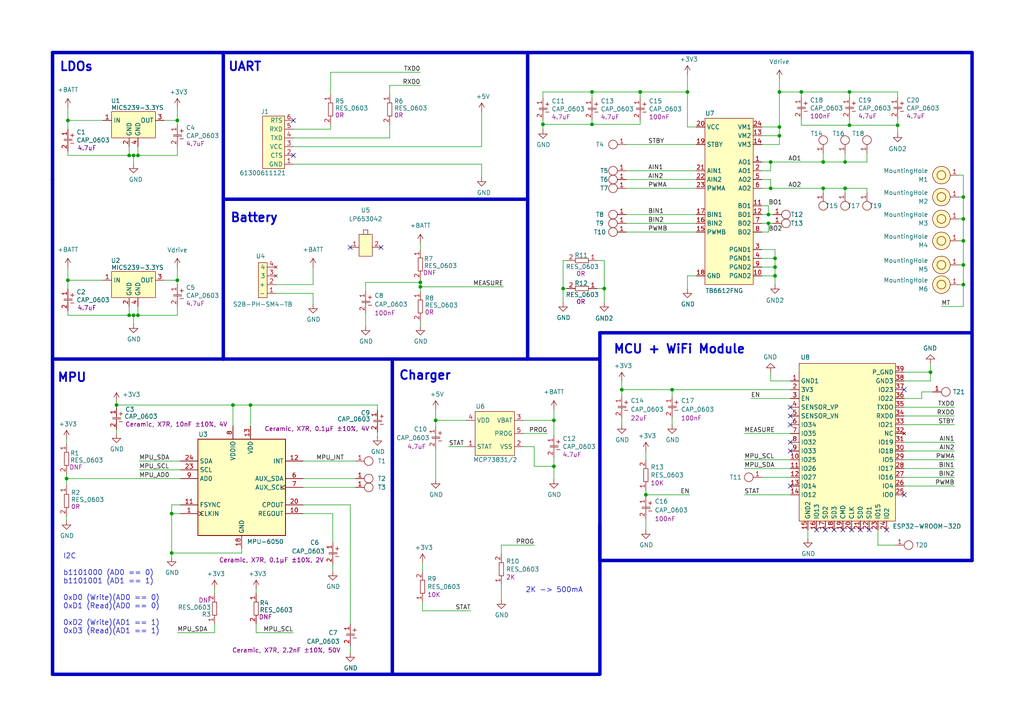
<source format=kicad_sch>
(kicad_sch (version 20211123) (generator eeschema)
  (paper "A4")
  (junction (at 72.644 117.475))
  (junction (at 185.674 26.67))
  (junction (at 238.76 54.61))
  (junction (at 19.685 34.925))
  (junction (at 171.704 26.67))
  (junction (at 232.41 26.67))
  (junction (at 222.885 64.77))
  (junction (at 194.945 113.03))
  (junction (at 163.322 83.693))
  (junction (at 246.38 36.322))
  (junction (at 279.4 82.55))
  (junction (at 19.304 138.811))
  (junction (at 246.38 26.67))
  (junction (at 224.79 74.93))
  (junction (at 126.365 121.92))
  (junction (at 226.06 26.67))
  (junction (at 40.005 91.44))
  (junction (at 51.435 34.925))
  (junction (at 40.005 45.085))
  (junction (at 245.11 46.99))
  (junction (at 224.79 80.01))
  (junction (at 67.564 117.475))
  (junction (at 19.685 81.28))
  (junction (at 245.11 54.61))
  (junction (at 226.06 36.83))
  (junction (at 269.875 107.95))
  (junction (at 279.4 57.15))
  (junction (at 187.325 143.51))
  (junction (at 37.465 91.44))
  (junction (at 226.06 39.37))
  (junction (at 238.76 46.99))
  (junction (at 222.885 62.23))
  (junction (at 180.34 113.03))
  (junction (at 224.79 77.47))
  (junction (at 260.35 36.322))
  (junction (at 279.4 69.85))
  (junction (at 49.784 160.401))
  (junction (at 171.704 36.068))
  (junction (at 223.52 46.99))
  (junction (at 121.92 81.915))
  (junction (at 279.4 63.5))
  (junction (at 279.4 76.835))
  (junction (at 49.784 148.971))
  (junction (at 160.655 121.92))
  (junction (at 33.782 117.475))
  (junction (at 38.735 45.085))
  (junction (at 175.26 83.693))
  (junction (at 37.465 45.085))
  (junction (at 157.48 36.068))
  (junction (at 199.39 26.67))
  (junction (at 160.655 135.255))
  (junction (at 51.435 81.28))
  (junction (at 121.92 83.185))
  (junction (at 38.735 91.44))
  (junction (at 223.52 54.61))
  (no_connect (at 239.395 153.67))
  (no_connect (at 247.015 153.67))
  (no_connect (at 85.09 34.925))
  (no_connect (at 262.255 113.03))
  (no_connect (at 85.09 45.085))
  (no_connect (at 262.255 143.51))
  (no_connect (at 229.235 140.97))
  (no_connect (at 236.855 153.67))
  (no_connect (at 252.095 153.67))
  (no_connect (at 229.235 123.19))
  (no_connect (at 229.235 128.27))
  (no_connect (at 229.235 118.11))
  (no_connect (at 249.555 153.67))
  (no_connect (at 241.935 153.67))
  (no_connect (at 101.6 71.755))
  (no_connect (at 229.235 130.81))
  (no_connect (at 257.175 153.67))
  (no_connect (at 244.475 153.67))
  (no_connect (at 229.235 120.65))
  (no_connect (at 110.49 71.755))
  (wire (pts (xy 199.39 36.83) (xy 199.39 26.67)))
  (wire (pts (xy 96.52 163.703) (xy 96.52 165.735)))
  (wire (pts (xy 51.435 34.925) (xy 51.435 36.195)))
  (wire (pts (xy 262.255 110.49) (xy 269.875 110.49)))
  (wire (pts (xy 160.655 121.92) (xy 160.655 126.365)))
  (wire (pts (xy 222.885 62.23) (xy 224.155 62.23)))
  (wire (pts (xy 232.41 26.67) (xy 246.38 26.67)))
  (wire (pts (xy 139.7 42.545) (xy 139.7 32.385)))
  (wire (pts (xy 278.13 63.5) (xy 279.4 63.5)))
  (polyline (pts (xy 15.24 15.24) (xy 281.94 15.24)) (stroke (width 1) (type solid)))
  (wire (pts (xy 87.884 141.351) (xy 103.124 141.351)))
  (wire (pts (xy 279.4 50.8) (xy 279.4 57.15)))
  (wire (pts (xy 19.685 31.115) (xy 19.685 34.925)))
  (wire (pts (xy 246.38 36.322) (xy 246.38 34.544)))
  (wire (pts (xy 181.61 67.31) (xy 201.93 67.31)))
  (wire (pts (xy 19.685 81.28) (xy 29.845 81.28)))
  (wire (pts (xy 67.564 117.475) (xy 67.564 123.571)))
  (wire (pts (xy 223.52 52.07) (xy 223.52 54.61)))
  (wire (pts (xy 19.685 43.815) (xy 19.685 45.085)))
  (wire (pts (xy 260.35 36.322) (xy 260.35 38.608)))
  (wire (pts (xy 19.685 77.47) (xy 19.685 81.28)))
  (wire (pts (xy 220.98 72.39) (xy 224.79 72.39)))
  (wire (pts (xy 273.05 88.9) (xy 279.4 88.9)))
  (wire (pts (xy 262.255 140.97) (xy 276.86 140.97)))
  (wire (pts (xy 51.435 42.545) (xy 51.435 45.085)))
  (wire (pts (xy 33.782 117.475) (xy 67.564 117.475)))
  (wire (pts (xy 85.09 183.515) (xy 74.295 183.515)))
  (wire (pts (xy 181.61 64.77) (xy 201.93 64.77)))
  (wire (pts (xy 262.255 123.19) (xy 276.86 123.19)))
  (wire (pts (xy 19.685 34.925) (xy 29.845 34.925)))
  (polyline (pts (xy 64.77 15.24) (xy 64.77 104.14)) (stroke (width 1) (type solid)))
  (wire (pts (xy 220.98 39.37) (xy 226.06 39.37)))
  (polyline (pts (xy 153.035 15.24) (xy 153.035 104.14)) (stroke (width 1) (type solid)))
  (wire (pts (xy 19.304 138.811) (xy 52.324 138.811)))
  (polyline (pts (xy 15.24 104.14) (xy 64.77 104.14)) (stroke (width 1) (type solid)))
  (wire (pts (xy 121.92 81.915) (xy 106.045 81.915)))
  (wire (pts (xy 121.92 83.185) (xy 146.05 83.185)))
  (wire (pts (xy 223.52 46.99) (xy 238.76 46.99)))
  (wire (pts (xy 181.61 52.07) (xy 201.93 52.07)))
  (wire (pts (xy 278.13 69.85) (xy 279.4 69.85)))
  (wire (pts (xy 232.41 36.322) (xy 246.38 36.322)))
  (wire (pts (xy 74.295 183.515) (xy 74.295 180.975)))
  (wire (pts (xy 157.48 26.67) (xy 171.704 26.67)))
  (wire (pts (xy 171.704 26.67) (xy 171.704 28.448)))
  (wire (pts (xy 109.474 125.349) (xy 109.474 126.619)))
  (wire (pts (xy 220.98 52.07) (xy 223.52 52.07)))
  (wire (pts (xy 47.625 34.925) (xy 51.435 34.925)))
  (wire (pts (xy 139.7 47.625) (xy 139.7 51.435)))
  (wire (pts (xy 130.175 129.54) (xy 135.255 129.54)))
  (wire (pts (xy 49.784 160.401) (xy 49.784 161.671)))
  (wire (pts (xy 173.228 83.693) (xy 175.26 83.693)))
  (wire (pts (xy 37.465 45.085) (xy 37.465 42.545)))
  (wire (pts (xy 126.365 121.92) (xy 126.365 123.825)))
  (wire (pts (xy 245.11 54.61) (xy 251.46 54.61)))
  (wire (pts (xy 80.01 85.09) (xy 90.805 85.09)))
  (wire (pts (xy 262.255 138.43) (xy 276.86 138.43)))
  (wire (pts (xy 51.435 88.9) (xy 51.435 91.44)))
  (wire (pts (xy 262.255 133.35) (xy 276.86 133.35)))
  (wire (pts (xy 157.48 26.67) (xy 157.48 28.448)))
  (wire (pts (xy 33.782 117.475) (xy 33.782 118.237)))
  (wire (pts (xy 145.415 169.545) (xy 145.415 173.99)))
  (wire (pts (xy 181.61 49.53) (xy 201.93 49.53)))
  (wire (pts (xy 49.784 160.401) (xy 49.784 148.971)))
  (wire (pts (xy 215.9 143.51) (xy 229.235 143.51)))
  (wire (pts (xy 122.555 163.195) (xy 122.555 165.735)))
  (wire (pts (xy 40.005 88.9) (xy 40.005 91.44)))
  (wire (pts (xy 163.322 75.565) (xy 163.322 83.693)))
  (polyline (pts (xy 64.77 104.14) (xy 173.863 104.14)) (stroke (width 1) (type solid)))
  (wire (pts (xy 185.674 26.67) (xy 185.674 28.448)))
  (wire (pts (xy 223.52 110.49) (xy 229.235 110.49)))
  (wire (pts (xy 145.415 158.115) (xy 154.94 158.115)))
  (wire (pts (xy 80.01 82.55) (xy 90.805 82.55)))
  (wire (pts (xy 38.735 91.44) (xy 38.735 93.98)))
  (wire (pts (xy 199.39 26.67) (xy 199.39 21.59)))
  (wire (pts (xy 246.38 26.67) (xy 260.35 26.67)))
  (wire (pts (xy 135.255 121.92) (xy 126.365 121.92)))
  (wire (pts (xy 278.13 57.15) (xy 279.4 57.15)))
  (wire (pts (xy 220.98 138.43) (xy 229.235 138.43)))
  (wire (pts (xy 87.884 138.811) (xy 103.124 138.811)))
  (wire (pts (xy 126.365 130.175) (xy 126.365 139.065)))
  (wire (pts (xy 238.76 44.45) (xy 238.76 46.99)))
  (wire (pts (xy 245.11 44.45) (xy 245.11 46.99)))
  (wire (pts (xy 96.52 148.971) (xy 87.884 148.971)))
  (wire (pts (xy 173.228 75.565) (xy 175.26 75.565)))
  (wire (pts (xy 157.48 34.798) (xy 157.48 36.068)))
  (wire (pts (xy 194.945 113.03) (xy 194.945 114.935)))
  (wire (pts (xy 33.782 124.587) (xy 33.782 125.857)))
  (wire (pts (xy 215.9 125.73) (xy 229.235 125.73)))
  (wire (pts (xy 95.885 20.955) (xy 121.92 20.955)))
  (wire (pts (xy 122.555 177.165) (xy 136.525 177.165)))
  (wire (pts (xy 106.045 81.915) (xy 106.045 84.455)))
  (wire (pts (xy 194.945 121.285) (xy 194.945 123.19)))
  (polyline (pts (xy 15.24 15.24) (xy 15.24 52.07)) (stroke (width 1) (type solid)))
  (wire (pts (xy 101.6 187.325) (xy 101.6 189.357)))
  (wire (pts (xy 62.23 183.515) (xy 62.23 180.975)))
  (wire (pts (xy 19.304 149.733) (xy 19.304 151.003)))
  (wire (pts (xy 238.76 54.61) (xy 245.11 54.61)))
  (wire (pts (xy 267.335 113.665) (xy 267.335 115.57)))
  (wire (pts (xy 38.735 45.085) (xy 38.735 47.625)))
  (wire (pts (xy 269.875 110.49) (xy 269.875 107.95)))
  (wire (pts (xy 49.784 148.971) (xy 52.324 148.971)))
  (wire (pts (xy 171.704 26.67) (xy 185.674 26.67)))
  (wire (pts (xy 220.98 59.69) (xy 222.885 59.69)))
  (wire (pts (xy 226.06 41.91) (xy 226.06 39.37)))
  (wire (pts (xy 226.06 22.86) (xy 226.06 26.67)))
  (wire (pts (xy 106.045 90.805) (xy 106.045 94.615)))
  (wire (pts (xy 72.644 117.475) (xy 109.474 117.475)))
  (wire (pts (xy 262.255 135.89) (xy 276.86 135.89)))
  (polyline (pts (xy 173.99 152.273) (xy 173.99 195.453)) (stroke (width 1) (type solid)))
  (wire (pts (xy 187.325 143.51) (xy 200.025 143.51)))
  (polyline (pts (xy 15.24 195.58) (xy 173.99 195.58)) (stroke (width 1) (type solid)))
  (polyline (pts (xy 15.24 52.07) (xy 15.24 195.58)) (stroke (width 1) (type solid)))
  (wire (pts (xy 87.884 133.731) (xy 103.124 133.731)))
  (wire (pts (xy 232.41 34.544) (xy 232.41 36.322)))
  (wire (pts (xy 109.474 117.475) (xy 109.474 118.999)))
  (wire (pts (xy 40.005 91.44) (xy 38.735 91.44)))
  (wire (pts (xy 279.4 76.835) (xy 279.4 82.55)))
  (wire (pts (xy 180.34 113.03) (xy 180.34 114.935)))
  (wire (pts (xy 279.4 63.5) (xy 279.4 69.85)))
  (wire (pts (xy 224.79 80.01) (xy 224.79 82.55)))
  (wire (pts (xy 260.35 26.67) (xy 260.35 28.194)))
  (wire (pts (xy 223.52 107.95) (xy 223.52 110.49)))
  (wire (pts (xy 101.6 146.431) (xy 101.6 180.975)))
  (wire (pts (xy 33.782 116.459) (xy 33.782 117.475)))
  (wire (pts (xy 222.885 64.77) (xy 224.155 64.77)))
  (wire (pts (xy 175.26 75.565) (xy 175.26 83.693)))
  (wire (pts (xy 175.26 83.693) (xy 175.26 87.757)))
  (wire (pts (xy 232.41 26.67) (xy 232.41 28.194)))
  (wire (pts (xy 40.386 133.731) (xy 52.324 133.731)))
  (wire (pts (xy 224.79 74.93) (xy 224.79 77.47)))
  (wire (pts (xy 62.23 170.815) (xy 62.23 172.085)))
  (wire (pts (xy 181.61 54.61) (xy 201.93 54.61)))
  (wire (pts (xy 121.92 83.185) (xy 121.92 84.455)))
  (wire (pts (xy 51.435 183.515) (xy 62.23 183.515)))
  (wire (pts (xy 85.09 40.005) (xy 113.03 40.005)))
  (wire (pts (xy 67.564 117.475) (xy 72.644 117.475)))
  (wire (pts (xy 220.98 62.23) (xy 222.885 62.23)))
  (wire (pts (xy 185.674 34.798) (xy 185.674 36.068)))
  (wire (pts (xy 262.255 120.65) (xy 276.86 120.65)))
  (wire (pts (xy 217.805 115.57) (xy 229.235 115.57)))
  (wire (pts (xy 90.805 77.47) (xy 90.805 82.55)))
  (wire (pts (xy 199.39 80.01) (xy 199.39 83.82)))
  (wire (pts (xy 87.884 146.431) (xy 101.6 146.431)))
  (wire (pts (xy 122.555 174.625) (xy 122.555 177.165)))
  (wire (pts (xy 160.655 135.255) (xy 160.655 139.065)))
  (wire (pts (xy 222.885 67.31) (xy 222.885 64.77)))
  (wire (pts (xy 113.03 40.005) (xy 113.03 36.195)))
  (wire (pts (xy 51.435 45.085) (xy 40.005 45.085)))
  (polyline (pts (xy 173.99 162.56) (xy 281.94 162.56)) (stroke (width 1) (type solid)))
  (wire (pts (xy 267.335 115.57) (xy 262.255 115.57)))
  (wire (pts (xy 85.09 37.465) (xy 95.885 37.465)))
  (wire (pts (xy 163.322 87.757) (xy 163.322 83.693)))
  (wire (pts (xy 121.92 81.915) (xy 121.92 83.185)))
  (wire (pts (xy 226.06 39.37) (xy 226.06 36.83)))
  (wire (pts (xy 222.885 59.69) (xy 222.885 62.23)))
  (wire (pts (xy 220.98 74.93) (xy 224.79 74.93)))
  (wire (pts (xy 160.655 135.255) (xy 160.655 132.715)))
  (wire (pts (xy 254.635 158.115) (xy 259.715 158.115)))
  (wire (pts (xy 180.34 110.49) (xy 180.34 113.03)))
  (wire (pts (xy 279.4 57.15) (xy 279.4 63.5)))
  (wire (pts (xy 163.322 83.693) (xy 164.338 83.693)))
  (wire (pts (xy 151.765 121.92) (xy 160.655 121.92)))
  (wire (pts (xy 52.324 146.431) (xy 49.784 146.431)))
  (wire (pts (xy 224.79 77.47) (xy 224.79 80.01)))
  (wire (pts (xy 262.255 128.27) (xy 276.86 128.27)))
  (wire (pts (xy 72.644 117.475) (xy 72.644 123.571)))
  (wire (pts (xy 278.13 76.835) (xy 279.4 76.835)))
  (wire (pts (xy 220.98 80.01) (xy 224.79 80.01)))
  (wire (pts (xy 157.48 36.068) (xy 157.48 37.592)))
  (wire (pts (xy 151.765 125.73) (xy 158.75 125.73)))
  (wire (pts (xy 40.005 42.545) (xy 40.005 45.085)))
  (wire (pts (xy 220.98 67.31) (xy 222.885 67.31)))
  (wire (pts (xy 19.685 90.17) (xy 19.685 91.44)))
  (wire (pts (xy 220.98 36.83) (xy 226.06 36.83)))
  (wire (pts (xy 270.51 113.665) (xy 267.335 113.665)))
  (wire (pts (xy 238.76 46.99) (xy 245.11 46.99)))
  (wire (pts (xy 154.94 135.255) (xy 160.655 135.255)))
  (wire (pts (xy 19.304 138.811) (xy 19.304 137.541)))
  (wire (pts (xy 70.104 160.401) (xy 49.784 160.401)))
  (wire (pts (xy 181.61 62.23) (xy 201.93 62.23)))
  (wire (pts (xy 220.98 41.91) (xy 226.06 41.91)))
  (wire (pts (xy 38.735 45.085) (xy 37.465 45.085)))
  (wire (pts (xy 269.875 105.41) (xy 269.875 107.95)))
  (wire (pts (xy 254.635 153.67) (xy 254.635 158.115)))
  (wire (pts (xy 126.365 118.745) (xy 126.365 121.92)))
  (wire (pts (xy 19.685 45.085) (xy 37.465 45.085)))
  (wire (pts (xy 251.46 54.61) (xy 251.46 55.88)))
  (wire (pts (xy 278.13 82.55) (xy 279.4 82.55)))
  (wire (pts (xy 113.03 27.305) (xy 113.03 24.765)))
  (wire (pts (xy 220.98 49.53) (xy 223.52 49.53)))
  (wire (pts (xy 90.805 85.09) (xy 90.805 88.265)))
  (wire (pts (xy 246.38 36.322) (xy 260.35 36.322)))
  (wire (pts (xy 19.685 81.28) (xy 19.685 83.82)))
  (wire (pts (xy 19.685 34.925) (xy 19.685 37.465)))
  (wire (pts (xy 121.92 93.345) (xy 121.92 94.615)))
  (wire (pts (xy 51.435 81.28) (xy 51.435 77.47)))
  (wire (pts (xy 70.104 159.131) (xy 70.104 160.401)))
  (polyline (pts (xy 64.77 57.785) (xy 153.035 57.785)) (stroke (width 1) (type solid)))
  (wire (pts (xy 181.61 41.91) (xy 201.93 41.91)))
  (wire (pts (xy 220.98 64.77) (xy 222.885 64.77)))
  (wire (pts (xy 185.674 26.67) (xy 199.39 26.67)))
  (wire (pts (xy 262.255 118.11) (xy 276.86 118.11)))
  (wire (pts (xy 95.885 27.305) (xy 95.885 20.955)))
  (wire (pts (xy 245.11 54.61) (xy 245.11 55.88)))
  (wire (pts (xy 85.09 47.625) (xy 139.7 47.625)))
  (wire (pts (xy 180.34 121.285) (xy 180.34 123.19)))
  (wire (pts (xy 95.885 36.195) (xy 95.885 37.465)))
  (wire (pts (xy 49.784 146.431) (xy 49.784 148.971)))
  (wire (pts (xy 85.09 42.545) (xy 139.7 42.545)))
  (wire (pts (xy 185.674 36.068) (xy 171.704 36.068)))
  (wire (pts (xy 113.03 24.765) (xy 121.92 24.765)))
  (wire (pts (xy 19.685 91.44) (xy 37.465 91.44)))
  (wire (pts (xy 260.35 36.322) (xy 260.35 34.544)))
  (wire (pts (xy 19.304 138.811) (xy 19.304 140.843)))
  (wire (pts (xy 224.79 72.39) (xy 224.79 74.93)))
  (wire (pts (xy 51.435 34.925) (xy 51.435 31.115)))
  (wire (pts (xy 145.415 160.655) (xy 145.415 158.115)))
  (wire (pts (xy 163.322 75.565) (xy 164.338 75.565)))
  (wire (pts (xy 246.38 26.67) (xy 246.38 28.194)))
  (polyline (pts (xy 113.792 104.14) (xy 113.792 195.58)) (stroke (width 1) (type solid)))
  (wire (pts (xy 223.52 54.61) (xy 238.76 54.61)))
  (wire (pts (xy 194.945 113.03) (xy 229.235 113.03)))
  (wire (pts (xy 38.735 91.44) (xy 37.465 91.44)))
  (wire (pts (xy 160.655 121.92) (xy 160.655 118.745)))
  (wire (pts (xy 74.295 170.815) (xy 74.295 172.085)))
  (wire (pts (xy 37.465 91.44) (xy 37.465 88.9)))
  (polyline (pts (xy 173.99 96.52) (xy 173.99 162.56)) (stroke (width 1) (type solid)))
  (polyline (pts (xy 281.94 162.56) (xy 281.94 15.24)) (stroke (width 1) (type solid)))
  (wire (pts (xy 47.625 81.28) (xy 51.435 81.28)))
  (wire (pts (xy 279.4 82.55) (xy 279.4 88.9)))
  (wire (pts (xy 40.386 136.271) (xy 52.324 136.271)))
  (wire (pts (xy 187.325 143.51) (xy 187.325 144.145)))
  (wire (pts (xy 187.325 130.81) (xy 187.325 133.35)))
  (wire (pts (xy 269.875 107.95) (xy 262.255 107.95)))
  (wire (pts (xy 223.52 49.53) (xy 223.52 46.99)))
  (wire (pts (xy 279.4 69.85) (xy 279.4 76.835)))
  (wire (pts (xy 238.76 54.61) (xy 238.76 55.88)))
  (wire (pts (xy 201.93 36.83) (xy 199.39 36.83)))
  (wire (pts (xy 180.34 113.03) (xy 194.945 113.03)))
  (wire (pts (xy 171.704 36.068) (xy 157.48 36.068)))
  (wire (pts (xy 262.255 130.81) (xy 276.86 130.81)))
  (wire (pts (xy 226.06 36.83) (xy 226.06 26.67)))
  (wire (pts (xy 215.9 133.35) (xy 229.235 133.35)))
  (wire (pts (xy 226.06 26.67) (xy 232.41 26.67)))
  (wire (pts (xy 201.93 80.01) (xy 199.39 80.01)))
  (wire (pts (xy 51.435 91.44) (xy 40.005 91.44)))
  (wire (pts (xy 171.704 36.068) (xy 171.704 34.798)))
  (wire (pts (xy 121.92 81.153) (xy 121.92 81.915)))
  (wire (pts (xy 96.52 157.353) (xy 96.52 148.971)))
  (wire (pts (xy 40.005 45.085) (xy 38.735 45.085)))
  (polyline (pts (xy 173.99 96.52) (xy 281.305 96.52)) (stroke (width 1) (type solid)))
  (wire (pts (xy 154.94 129.54) (xy 154.94 135.255)))
  (wire (pts (xy 234.315 153.67) (xy 234.315 156.21)))
  (wire (pts (xy 121.92 70.485) (xy 121.92 72.263)))
  (wire (pts (xy 187.325 150.495) (xy 187.325 153.67)))
  (wire (pts (xy 220.98 46.99) (xy 223.52 46.99)))
  (wire (pts (xy 187.325 142.24) (xy 187.325 143.51)))
  (wire (pts (xy 278.13 50.8) (xy 279.4 50.8)))
  (wire (pts (xy 220.98 54.61) (xy 223.52 54.61)))
  (wire (pts (xy 215.9 135.89) (xy 229.235 135.89)))
  (wire (pts (xy 245.11 46.99) (xy 251.46 46.99)))
  (wire (pts (xy 220.98 77.47) (xy 224.79 77.47)))
  (wire (pts (xy 19.304 127.381) (xy 19.304 128.651)))
  (wire (pts (xy 151.765 129.54) (xy 154.94 129.54)))
  (wire (pts (xy 251.46 46.99) (xy 251.46 44.45)))
  (wire (pts (xy 51.435 81.28) (xy 51.435 82.55)))
  (text "2K -> 500mA\n" (at 152.4 172.085 0) (effects (font (size 1.5 1.5)) (justify left bottom)))
  (text "LDOs" (at 17.145 20.955 0) (effects (font (size 2.54 2.54) (thickness 0.508) bold) (justify left bottom)))
  (text "MCU + WiFi Module" (at 177.8 102.87 0) (effects (font (size 2.54 2.54) (thickness 0.508) bold) (justify left bottom)))
  (text "Battery" (at 66.675 64.77 0) (effects (font (size 2.54 2.54) (thickness 0.508) bold) (justify left bottom)))
  (text "I2C\n\nb1101000 (AD0 == 0)\nb1101001 (AD1 == 1)\n\n0xD0 (Write)(AD0 == 0)\n0xD1 (Read)(AD0 == 0)\n\n0xD2 (Write)(AD1 == 1)\n0xD3 (Read)(AD1 == 1)\n" (at 18.288 184.023 0) (effects (font (size 1.5 1.5)) (justify left bottom)))
  (text "MPU" (at 16.51 111.125 0) (effects (font (size 2.54 2.54) (thickness 0.508) bold) (justify left bottom)))
  (text "UART" (at 66.04 20.955 0) (effects (font (size 2.54 2.54) (thickness 0.508) bold) (justify left bottom)))
  (text "Charger" (at 115.57 110.49 0) (effects (font (size 2.54 2.54) (thickness 0.508) bold) (justify left bottom)))
  (label "MEASURE" (at 146.05 83.185 180))
  (label "BIN1" (at 276.86 135.89 180))
  (label "TXD0" (at 276.86 118.11 180))
  (label "STBY" (at 276.86 123.19 180))
  (label "BO2" (at 222.885 67.31 0))
  (label "MT" (at 273.05 88.9 0))
  (label "MPU_AD0" (at 40.386 138.811 0))
  (label "AIN1" (at 187.96 49.53 0))
  (label "MPU_INT" (at 91.694 133.731 0))
  (label "AO1" (at 228.6 46.99 0))
  (label "MEASURE" (at 215.9 125.73 0))
  (label "TXD0" (at 121.92 20.955 180))
  (label "STBY" (at 187.96 41.91 0))
  (label "AIN2" (at 276.86 130.81 180))
  (label "MPU_SDA" (at 215.9 135.89 0))
  (label "PROG" (at 154.94 158.115 180))
  (label "EN" (at 200.025 143.51 180))
  (label "STAT" (at 136.525 177.165 180))
  (label "AIN1" (at 276.86 128.27 180))
  (label "MPU_SDA" (at 40.386 133.731 0))
  (label "PWMA" (at 276.86 133.35 180))
  (label "MPU_SCL" (at 85.09 183.515 180))
  (label "RXD0" (at 121.92 24.765 180))
  (label "BO1" (at 222.885 59.69 0))
  (label "BIN2" (at 276.86 138.43 180))
  (label "BIN2" (at 187.96 64.77 0))
  (label "STAT" (at 130.175 129.54 0))
  (label "EN" (at 217.805 115.57 0))
  (label "PROG" (at 158.75 125.73 180))
  (label "PWMB" (at 187.96 67.31 0))
  (label "PWMA" (at 187.96 54.61 0))
  (label "AO2" (at 228.6 54.61 0))
  (label "RXD0" (at 276.86 120.65 180))
  (label "MPU_SDA" (at 51.435 183.515 0))
  (label "PWMB" (at 276.86 140.97 180))
  (label "MPU_SCL" (at 215.9 133.35 0))
  (label "BIN1" (at 187.96 62.23 0))
  (label "STAT" (at 215.9 143.51 0))
  (label "MPU_SCL" (at 40.386 136.271 0))
  (label "AIN2" (at 187.96 52.07 0))
  (symbol (lib_id "BalanceBoard-rescue:TestPoints-receiver") (at 245.11 55.88 270) (unit 1)
    (property "Reference" "T17" (at 247.65 59.69 90))
    (property "Value" "TestPoints" (effects hide))
    (property "Footprint" "receiver:TestPoint" (effects hide))
  )
  (symbol (lib_id "power:+3.3V") (at 51.435 31.115 0) (unit 1)
    (property "Reference" "#PWR010" (effects hide))
    (property "Value" "+3.3V" (at 51.816 26.7208 0))
  )
  (symbol (lib_id "BalanceBoard-rescue:TestPoints-receiver") (at 251.46 55.88 270) (unit 1)
    (property "Reference" "T19" (at 254 59.69 90))
    (property "Value" "TestPoints" (effects hide))
    (property "Footprint" "receiver:TestPoint" (effects hide))
  )
  (symbol (lib_id "BalanceBoard-rescue:CAP_0603-receiver") (at 126.365 123.825 0) (unit 1)
    (property "Reference" "C10" (at 120.015 124.46 0) (effects (justify left)))
    (property "Value" "CAP_0603" (at 114.935 127 0) (effects (justify left)))
    (property "Footprint" "receiver:0603" (effects hide))
    (property "Capacitance" "4.7uF" (at 118.11 129.54 0) (effects (justify left)))
  )
  (symbol (lib_id "BalanceBoard-rescue:TestPoints-receiver") (at 181.61 62.23 180) (unit 1)
    (property "Reference" "T8" (at 173.99 62.23 0))
    (property "Value" "TestPoints" (effects hide))
    (property "Footprint" "receiver:TestPoint" (effects hide))
  )
  (symbol (lib_id "power:GND") (at 19.304 151.003 0) (unit 1)
    (property "Reference" "#PWR02" (effects hide))
    (property "Value" "GND" (at 19.431 155.3972 0))
  )
  (symbol (lib_id "BalanceBoard-rescue:RES_0603-receiver") (at 121.92 84.455 270) (unit 1)
    (property "Reference" "R8" (at 123.19 86.487 90) (effects (justify left)))
    (property "Value" "RES_0603" (at 123.19 88.519 90) (effects (justify left)))
    (property "Footprint" "receiver:0603" (effects hide))
    (property "Resistance" "0R" (at 123.19 90.551 90) (effects (justify left)))
  )
  (symbol (lib_id "BalanceBoard-rescue:RES_0603-receiver") (at 187.325 142.24 90) (unit 1)
    (property "Reference" "R13" (at 188.6712 135.4836 90) (effects (justify right)))
    (property "Value" "RES_0603" (at 188.6712 137.795 90) (effects (justify right)))
    (property "Footprint" "receiver:0603" (effects hide))
    (property "Resistance" "10K" (at 188.6712 140.1064 90) (effects (justify right)))
  )
  (symbol (lib_id "power:GND") (at 49.784 161.671 0) (unit 1)
    (property "Reference" "#PWR09" (effects hide))
    (property "Value" "GND" (at 49.911 166.0652 0))
  )
  (symbol (lib_id "power:Vdrive") (at 226.06 22.86 0) (unit 1)
    (property "Reference" "#PWR042" (effects hide))
    (property "Value" "Vdrive" (at 226.06 17.907 0))
  )
  (symbol (lib_id "power:+3.3V") (at 180.34 110.49 0) (unit 1)
    (property "Reference" "#PWR033" (effects hide))
    (property "Value" "+3.3V" (at 180.721 106.0958 0))
  )
  (symbol (lib_id "power:GND") (at 96.52 165.735 0) (unit 1)
    (property "Reference" "#PWR016" (effects hide))
    (property "Value" "GND" (at 96.647 170.1292 0))
  )
  (symbol (lib_id "power:GND2") (at 224.79 82.55 0) (unit 1)
    (property "Reference" "#PWR041" (effects hide))
    (property "Value" "GND2" (at 224.79 87.122 0))
  )
  (symbol (lib_id "power:GND") (at 187.325 153.67 0) (unit 1)
    (property "Reference" "#PWR036" (effects hide))
    (property "Value" "GND" (at 187.452 158.0642 0))
  )
  (symbol (lib_id "power:+BATT") (at 19.685 77.47 0) (unit 1)
    (property "Reference" "#PWR04" (effects hide))
    (property "Value" "+BATT" (at 19.685 72.39 0))
  )
  (symbol (lib_id "power:GND") (at 109.474 126.619 0) (unit 1)
    (property "Reference" "#PWR019" (effects hide))
    (property "Value" "GND" (at 109.601 131.0132 0))
  )
  (symbol (lib_id "BalanceBoard:MountingHole") (at 278.13 69.85 180) (unit 1)
    (property "Reference" "M4" (at 269.24 71.1201 0) (effects (justify left)))
    (property "Value" "MountingHole" (at 269.24 68.5801 0) (effects (justify left)))
    (property "Footprint" "receiver:MountingHole" (effects hide))
  )
  (symbol (lib_id "power:GND") (at 139.7 51.435 0) (unit 1)
    (property "Reference" "#PWR026" (effects hide))
    (property "Value" "GND" (at 140.335 55.88 0))
  )
  (symbol (lib_id "BalanceBoard-rescue:RES_0603-receiver") (at 145.415 169.545 90) (unit 1)
    (property "Reference" "R10" (at 146.7612 162.7886 90) (effects (justify right)))
    (property "Value" "RES_0603" (at 146.7612 165.1 90) (effects (justify right)))
    (property "Footprint" "receiver:0603" (effects hide))
    (property "Resistance" "2K" (at 146.7612 167.4114 90) (effects (justify right)))
  )
  (symbol (lib_id "power:GND") (at 126.365 139.065 0) (unit 1)
    (property "Reference" "#PWR024" (effects hide))
    (property "Value" "GND" (at 126.492 143.4592 0))
  )
  (symbol (lib_id "BalanceBoard-rescue:TestPoints-receiver") (at 181.61 41.91 180) (unit 1)
    (property "Reference" "T4" (at 173.99 41.91 0))
    (property "Value" "TestPoints" (effects hide))
    (property "Footprint" "receiver:TestPoint" (effects hide))
  )
  (symbol (lib_id "power:+3.3V") (at 62.23 170.815 0) (unit 1)
    (property "Reference" "#PWR012" (effects hide))
    (property "Value" "+3.3V" (at 62.611 166.4208 0))
  )
  (symbol (lib_id "BalanceBoard-rescue:TestPoints-receiver") (at 245.11 44.45 90) (unit 1)
    (property "Reference" "T16" (at 243.205 38.735 90))
    (property "Value" "TestPoints" (effects hide))
    (property "Footprint" "receiver:TestPoint" (effects hide))
  )
  (symbol (lib_id "BalanceBoard-rescue:CAP_0603-receiver") (at 260.35 28.194 0) (unit 1)
    (property "Reference" "C20" (at 262.8392 29.0576 0) (effects (justify left)))
    (property "Value" "CAP_0603" (at 262.8392 31.369 0) (effects (justify left)))
    (property "Footprint" "receiver:0603" (effects hide))
    (property "Capacitance" "4.7uF" (at 262.8392 33.6804 0) (effects (justify left)))
  )
  (symbol (lib_id "power:GND2") (at 175.26 87.757 0) (unit 1)
    (property "Reference" "#PWR032" (effects hide))
    (property "Value" "GND2" (at 175.26 92.329 0))
  )
  (symbol (lib_id "power:GND") (at 194.945 123.19 0) (unit 1)
    (property "Reference" "#PWR037" (effects hide))
    (property "Value" "GND" (at 195.072 127.5842 0))
  )
  (symbol (lib_id "BalanceBoard-rescue:CAP_0603-receiver") (at 51.435 82.55 0) (unit 1)
    (property "Reference" "C5" (at 53.9242 83.4136 0) (effects (justify left)))
    (property "Value" "CAP_0603" (at 53.9242 85.725 0) (effects (justify left)))
    (property "Footprint" "receiver:0603" (effects hide))
    (property "Capacitance" "4.7uF" (at 53.9242 88.0364 0) (effects (justify left)))
  )
  (symbol (lib_id "power:+3.3V") (at 187.325 130.81 0) (unit 1)
    (property "Reference" "#PWR035" (effects hide))
    (property "Value" "+3.3V" (at 187.706 126.4158 0))
  )
  (symbol (lib_id "BalanceBoard-rescue:CAP_0603-receiver") (at 19.685 83.82 0) (unit 1)
    (property "Reference" "C2" (at 22.1742 84.6836 0) (effects (justify left)))
    (property "Value" "CAP_0603" (at 22.1742 86.995 0) (effects (justify left)))
    (property "Footprint" "receiver:0603" (effects hide))
    (property "Capacitance" "4.7uF" (at 22.479 89.281 0) (effects (justify left)))
  )
  (symbol (lib_id "BalanceBoard:MountingHole") (at 278.13 63.5 180) (unit 1)
    (property "Reference" "M3" (at 269.24 64.7701 0) (effects (justify left)))
    (property "Value" "MountingHole" (at 269.24 62.2301 0) (effects (justify left)))
    (property "Footprint" "receiver:MountingHole" (effects hide))
  )
  (symbol (lib_id "BalanceBoard-rescue:CAP_0603-receiver") (at 33.782 118.237 0) (unit 1)
    (property "Reference" "C3" (at 36.322 118.745 0) (effects (justify left)))
    (property "Value" "CAP_0603" (at 36.068 120.777 0) (effects (justify left)))
    (property "Footprint" "receiver:0603" (effects hide))
    (property "Capacitance" "Ceramic, X7R, 10nF ±10%, 4V" (at 36.322 123.063 0) (effects (justify left)))
  )
  (symbol (lib_id "BalanceBoard-rescue:RES_0603-receiver") (at 121.92 72.263 270) (unit 1)
    (property "Reference" "R7" (at 122.936 75.057 90) (effects (justify left)))
    (property "Value" "RES_0603" (at 122.936 77.089 90) (effects (justify left)))
    (property "Footprint" "receiver:0603" (effects hide))
    (property "Resistance" "DNF" (at 122.682 79.121 90) (effects (justify left)))
  )
  (symbol (lib_id "BalanceBoard:S2B-PH-SM4-TB") (at 80.01 85.09 180) (unit 1)
    (property "Reference" "U4" (at 75.565 74.295 0))
    (property "Value" "S2B-PH-SM4-TB" (at 76.2 88.265 0))
    (property "Footprint" "BalanceBoard:S2B-PH-SM4-TB" (effects hide))
  )
  (symbol (lib_id "BalanceBoard:TB6612FNG") (at 201.93 36.83 0) (unit 1)
    (property "Reference" "U7" (at 205.867 32.893 0))
    (property "Value" "TB6612FNG" (at 210.058 84.328 0))
    (property "Footprint" "receiver:TB6612FNG" (effects hide))
  )
  (symbol (lib_id "BalanceBoard-rescue:TestPoints-receiver") (at 238.76 44.45 90) (unit 1)
    (property "Reference" "T14" (at 236.855 38.735 90))
    (property "Value" "TestPoints" (effects hide))
    (property "Footprint" "receiver:TestPoint" (effects hide))
  )
  (symbol (lib_id "power:GND") (at 157.48 37.592 0) (unit 1)
    (property "Reference" "#PWR028" (effects hide))
    (property "Value" "GND" (at 157.607 41.9862 0))
  )
  (symbol (lib_id "BalanceBoard-rescue:CAP_0603-receiver") (at 96.52 157.353 0) (unit 1)
    (property "Reference" "C6" (at 89.916 157.353 0) (effects (justify left)))
    (property "Value" "CAP_0603" (at 84.582 159.893 0) (effects (justify left)))
    (property "Footprint" "receiver:0603" (effects hide))
    (property "Capacitance" "Ceramic, X7R, 0.1μF ±10%, 2V" (at 63.5 162.433 0) (effects (justify left)))
  )
  (symbol (lib_id "power:+5V") (at 126.365 118.745 0) (unit 1)
    (property "Reference" "#PWR023" (effects hide))
    (property "Value" "+5V" (at 126.746 114.3508 0))
  )
  (symbol (lib_id "power:GND") (at 163.322 87.757 0) (unit 1)
    (property "Reference" "#PWR031" (effects hide))
    (property "Value" "GND" (at 163.449 92.1512 0))
  )
  (symbol (lib_id "BalanceBoard-rescue:RES_0603-receiver") (at 19.304 140.843 270) (unit 1)
    (property "Reference" "R2" (at 20.574 142.875 90) (effects (justify left)))
    (property "Value" "RES_0603" (at 20.574 144.907 90) (effects (justify left)))
    (property "Footprint" "receiver:0603" (effects hide))
    (property "Resistance" "0R" (at 20.574 146.939 90) (effects (justify left)))
  )
  (symbol (lib_id "BalanceBoard-rescue:CAP_0603-receiver") (at 246.38 28.194 0) (unit 1)
    (property "Reference" "C19" (at 248.8692 29.0576 0) (effects (justify left)))
    (property "Value" "CAP_0603" (at 248.8692 31.369 0) (effects (justify left)))
    (property "Footprint" "receiver:0603" (effects hide))
    (property "Capacitance" "4.7uF" (at 248.8692 33.6804 0) (effects (justify left)))
  )
  (symbol (lib_id "BalanceBoard:MCP73831{slash}2") (at 135.255 121.92 0) (unit 1)
    (property "Reference" "U6" (at 139.319 117.856 0))
    (property "Value" "MCP73831/2" (at 143.637 133.35 0))
    (property "Footprint" "BalanceBoard:MCP738312" (effects hide))
  )
  (symbol (lib_id "power:+BATT") (at 19.685 31.115 0) (unit 1)
    (property "Reference" "#PWR03" (effects hide))
    (property "Value" "+BATT" (at 19.685 26.035 0))
  )
  (symbol (lib_id "power:GND") (at 199.39 83.82 0) (unit 1)
    (property "Reference" "#PWR039" (effects hide))
    (property "Value" "GND" (at 199.517 88.2142 0))
  )
  (symbol (lib_id "BalanceBoard-rescue:TestPoints-receiver") (at 103.124 133.731 0) (unit 1)
    (property "Reference" "T1" (at 110.744 133.731 0))
    (property "Value" "TestPoints" (effects hide))
    (property "Footprint" "receiver:TestPoint" (effects hide))
  )
  (symbol (lib_id "BalanceBoard-rescue:CAP_0603-receiver") (at 51.435 36.195 0) (unit 1)
    (property "Reference" "C4" (at 53.9242 37.0586 0) (effects (justify left)))
    (property "Value" "CAP_0603" (at 53.9242 39.37 0) (effects (justify left)))
    (property "Footprint" "receiver:0603" (effects hide))
    (property "Capacitance" "4.7uF" (at 53.9242 41.6814 0) (effects (justify left)))
  )
  (symbol (lib_id "power:GND") (at 180.34 123.19 0) (unit 1)
    (property "Reference" "#PWR034" (effects hide))
    (property "Value" "GND" (at 180.467 127.5842 0))
  )
  (symbol (lib_id "BalanceBoard-rescue:TestPoints-receiver") (at 103.124 138.811 0) (unit 1)
    (property "Reference" "T2" (at 110.744 138.811 0))
    (property "Value" "TestPoints" (effects hide))
    (property "Footprint" "receiver:TestPoint" (effects hide))
  )
  (symbol (lib_id "power:GND") (at 101.6 189.357 0) (unit 1)
    (property "Reference" "#PWR017" (effects hide))
    (property "Value" "GND" (at 101.727 193.7512 0))
  )
  (symbol (lib_id "BalanceBoard:LP653042") (at 104.14 69.215 0) (unit 1)
    (property "Reference" "U5" (at 106.045 60.96 0))
    (property "Value" "LP653042" (at 106.045 63.5 0))
    (property "Footprint" "BalanceBoard:LP653042" (effects hide))
  )
  (symbol (lib_id "BalanceBoard-rescue:CAP_0603-receiver") (at 109.474 118.999 0) (unit 1)
    (property "Reference" "C9" (at 104.648 119.761 0) (effects (justify left)))
    (property "Value" "CAP_0603" (at 97.79 121.539 0) (effects (justify left)))
    (property "Footprint" "receiver:0603" (effects hide))
    (property "Capacitance" "Ceramic, X7R, 0.1μF ±10%, 4V" (at 76.708 124.333 0) (effects (justify left)))
  )
  (symbol (lib_id "BalanceBoard-rescue:RES_0603-receiver") (at 122.555 174.625 90) (unit 1)
    (property "Reference" "R9" (at 123.9012 167.8686 90) (effects (justify right)))
    (property "Value" "RES_0603" (at 123.9012 170.18 90) (effects (justify right)))
    (property "Footprint" "receiver:0603" (effects hide))
    (property "Resistance" "10K" (at 123.9012 172.4914 90) (effects (justify right)))
  )
  (symbol (lib_id "power:+3.3V") (at 33.782 116.459 0) (unit 1)
    (property "Reference" "#PWR05" (effects hide))
    (property "Value" "+3.3V" (at 38.1 114.427 0))
  )
  (symbol (lib_id "BalanceBoard-rescue:RES_0603-receiver") (at 173.228 75.565 180) (unit 1)
    (property "Reference" "R11" (at 166.624 74.041 0) (effects (justify right)))
    (property "Value" "RES_0603" (at 164.084 77.343 0) (effects (justify right)))
    (property "Footprint" "receiver:0603" (effects hide))
    (property "Resistance" "0R" (at 167.132 79.375 0) (effects (justify right)))
  )
  (symbol (lib_id "BalanceBoard:MIC5239-3.3YS") (at 29.845 34.925 0) (unit 1)
    (property "Reference" "U1" (at 33.528 29.21 0))
    (property "Value" "MIC5239-3.3YS" (at 39.878 31.242 0))
    (property "Footprint" "receiver:MIC5239-3.3YS" (effects hide))
  )
  (symbol (lib_id "BalanceBoard-rescue:TestPoints-receiver") (at 181.61 49.53 180) (unit 1)
    (property "Reference" "T5" (at 175.26 49.53 0))
    (property "Value" "TestPoints" (effects hide))
    (property "Footprint" "receiver:TestPoint" (effects hide))
  )
  (symbol (lib_id "power:GND") (at 234.315 156.21 0) (unit 1)
    (property "Reference" "#PWR043" (effects hide))
    (property "Value" "GND" (at 234.442 160.6042 0))
  )
  (symbol (lib_id "BalanceBoard:61300611121") (at 85.09 48.895 180) (unit 1)
    (property "Reference" "J1" (at 76.835 32.385 0))
    (property "Value" "61300611121" (at 76.2 50.165 0))
    (property "Footprint" "BalanceBoard:61300611121" (effects hide))
  )
  (symbol (lib_id "power:GND") (at 145.415 173.99 0) (unit 1)
    (property "Reference" "#PWR027" (effects hide))
    (property "Value" "GND" (at 145.542 178.3842 0))
  )
  (symbol (lib_id "power:GND") (at 269.875 105.41 180) (unit 1)
    (property "Reference" "#PWR045" (effects hide))
    (property "Value" "GND" (at 269.748 101.0158 0))
  )
  (symbol (lib_id "power:+3.3V") (at 122.555 163.195 0) (unit 1)
    (property "Reference" "#PWR022" (effects hide))
    (property "Value" "+3.3V" (at 122.936 158.8008 0))
  )
  (symbol (lib_id "power:GND") (at 160.655 139.065 0) (unit 1)
    (property "Reference" "#PWR030" (effects hide))
    (property "Value" "GND" (at 160.782 143.4592 0))
  )
  (symbol (lib_id "power:+BATT") (at 90.805 77.47 0) (unit 1)
    (property "Reference" "#PWR014" (effects hide))
    (property "Value" "+BATT" (at 90.805 72.39 0))
  )
  (symbol (lib_id "BalanceBoard-rescue:TestPoints-receiver") (at 181.61 67.31 180) (unit 1)
    (property "Reference" "T10" (at 173.99 67.31 0))
    (property "Value" "TestPoints" (effects hide))
    (property "Footprint" "receiver:TestPoint" (effects hide))
  )
  (symbol (lib_id "BalanceBoard:MountingHole") (at 278.13 82.55 180) (unit 1)
    (property "Reference" "M6" (at 269.24 83.8201 0) (effects (justify left)))
    (property "Value" "MountingHole" (at 269.24 81.2801 0) (effects (justify left)))
    (property "Footprint" "receiver:MountingHole" (effects hide))
  )
  (symbol (lib_id "power:+BATT") (at 121.92 70.485 0) (unit 1)
    (property "Reference" "#PWR020" (effects hide))
    (property "Value" "+BATT" (at 121.92 65.405 0))
  )
  (symbol (lib_id "BalanceBoard-rescue:TestPoints-receiver") (at 224.155 64.77 0) (unit 1)
    (property "Reference" "T13" (at 231.14 64.77 0))
    (property "Value" "TestPoints" (effects hide))
    (property "Footprint" "receiver:TestPoint" (effects hide))
  )
  (symbol (lib_id "BalanceBoard-rescue:TestPoints-receiver") (at 270.51 113.665 0) (unit 1)
    (property "Reference" "T21" (at 278.13 113.665 0))
    (property "Value" "TestPoints" (effects hide))
    (property "Footprint" "receiver:TestPoint" (effects hide))
  )
  (symbol (lib_id "power:GND") (at 33.782 125.857 0) (unit 1)
    (property "Reference" "#PWR06" (effects hide))
    (property "Value" "GND" (at 33.909 130.2512 0))
  )
  (symbol (lib_id "power:+5V") (at 139.7 32.385 0) (unit 1)
    (property "Reference" "#PWR025" (effects hide))
    (property "Value" "+5V" (at 140.081 27.9908 0))
  )
  (symbol (lib_id "BalanceBoard-rescue:TestPoints-receiver") (at 181.61 64.77 180) (unit 1)
    (property "Reference" "T9" (at 173.99 64.77 0))
    (property "Value" "TestPoints" (effects hide))
    (property "Footprint" "receiver:TestPoint" (effects hide))
  )
  (symbol (lib_id "BalanceBoard-rescue:RES_0603-receiver") (at 113.03 27.305 270) (unit 1)
    (property "Reference" "R6" (at 114.3 29.337 90) (effects (justify left)))
    (property "Value" "RES_0603" (at 114.3 31.369 90) (effects (justify left)))
    (property "Footprint" "receiver:0603" (effects hide))
    (property "Resistance" "0R" (at 114.3 33.401 90) (effects (justify left)))
  )
  (symbol (lib_id "BalanceBoard-rescue:RES_0603-receiver") (at 95.885 27.305 270) (unit 1)
    (property "Reference" "R5" (at 97.155 29.337 90) (effects (justify left)))
    (property "Value" "RES_0603" (at 97.155 31.369 90) (effects (justify left)))
    (property "Footprint" "receiver:0603" (effects hide))
    (property "Resistance" "0R" (at 97.155 33.401 90) (effects (justify left)))
  )
  (symbol (lib_id "BalanceBoard-rescue:CAP_0603-receiver") (at 101.6 180.975 0) (unit 1)
    (property "Reference" "C7" (at 95.25 183.515 0) (effects (justify left)))
    (property "Value" "CAP_0603" (at 88.9 186.055 0) (effects (justify left)))
    (property "Footprint" "receiver:0603" (effects hide))
    (property "Capacitance" "Ceramic, X7R, 2.2nF ±10%, 50V" (at 67.31 188.595 0) (effects (justify left)))
  )
  (symbol (lib_id "power:Vdrive") (at 51.435 77.47 0) (unit 1)
    (property "Reference" "#PWR011" (effects hide))
    (property "Value" "Vdrive" (at 51.435 72.517 0))
  )
  (symbol (lib_id "power:GND2") (at 260.35 38.608 0) (unit 1)
    (property "Reference" "#PWR044" (effects hide))
    (property "Value" "GND2" (at 260.35 43.18 0))
  )
  (symbol (lib_id "BalanceBoard-rescue:TestPoints-receiver") (at 224.155 62.23 0) (unit 1)
    (property "Reference" "T12" (at 231.14 62.23 0))
    (property "Value" "TestPoints" (effects hide))
    (property "Footprint" "receiver:TestPoint" (effects hide))
  )
  (symbol (lib_id "BalanceBoard-rescue:RES_0603-receiver") (at 173.228 83.693 180) (unit 1)
    (property "Reference" "R12" (at 166.624 82.169 0) (effects (justify right)))
    (property "Value" "RES_0603" (at 164.084 85.471 0) (effects (justify right)))
    (property "Footprint" "receiver:0603" (effects hide))
    (property "Resistance" "0R" (at 167.132 87.503 0) (effects (justify right)))
  )
  (symbol (lib_id "BalanceBoard:ESP32-WROOM-32D") (at 229.235 110.49 0) (unit 1)
    (property "Reference" "U8" (at 233.553 103.632 0))
    (property "Value" "ESP32-WROOM-32D" (at 268.859 152.654 0))
    (property "Footprint" "BalanceBoard:ESP32-WROOM-32D" (effects hide))
  )
  (symbol (lib_id "BalanceBoard-rescue:CAP_0603-receiver") (at 232.41 28.194 0) (unit 1)
    (property "Reference" "C18" (at 234.8992 29.0576 0) (effects (justify left)))
    (property "Value" "CAP_0603" (at 234.8992 31.369 0) (effects (justify left)))
    (property "Footprint" "receiver:0603" (effects hide))
    (property "Capacitance" "100nF" (at 234.8992 33.6804 0) (effects (justify left)))
  )
  (symbol (lib_id "power:GND") (at 90.805 88.265 0) (unit 1)
    (property "Reference" "#PWR015" (effects hide))
    (property "Value" "GND" (at 90.932 92.6592 0))
  )
  (symbol (lib_id "BalanceBoard-rescue:TestPoints-receiver") (at 181.61 54.61 180) (unit 1)
    (property "Reference" "T7" (at 175.26 54.61 0))
    (property "Value" "TestPoints" (effects hide))
    (property "Footprint" "receiver:TestPoint" (effects hide))
  )
  (symbol (lib_id "BalanceBoard-rescue:CAP_0603-receiver") (at 19.685 37.465 0) (unit 1)
    (property "Reference" "C1" (at 22.1742 38.3286 0) (effects (justify left)))
    (property "Value" "CAP_0603" (at 22.1742 40.64 0) (effects (justify left)))
    (property "Footprint" "receiver:0603" (effects hide))
    (property "Capacitance" "4.7uF" (at 22.479 42.926 0) (effects (justify left)))
  )
  (symbol (lib_id "power:GND") (at 106.045 94.615 0) (unit 1)
    (property "Reference" "#PWR018" (effects hide))
    (property "Value" "GND" (at 106.172 99.0092 0))
  )
  (symbol (lib_id "BalanceBoard-rescue:CAP_0603-receiver") (at 171.704 28.448 0) (unit 1)
    (property "Reference" "C13" (at 174.1932 29.3116 0) (effects (justify left)))
    (property "Value" "CAP_0603" (at 174.1932 31.623 0) (effects (justify left)))
    (property "Footprint" "receiver:0603" (effects hide))
    (property "Capacitance" "4.7uF" (at 174.1932 33.9344 0) (effects (justify left)))
  )
  (symbol (lib_id "BalanceBoard-rescue:TestPoints-receiver") (at 103.124 141.351 0) (unit 1)
    (property "Reference" "T3" (at 110.744 141.351 0))
    (property "Value" "TestPoints" (effects hide))
    (property "Footprint" "receiver:TestPoint" (effects hide))
  )
  (symbol (lib_id "BalanceBoard-rescue:CAP_0603-receiver") (at 157.48 28.448 0) (unit 1)
    (property "Reference" "C11" (at 159.9692 29.3116 0) (effects (justify left)))
    (property "Value" "CAP_0603" (at 159.9692 31.623 0) (effects (justify left)))
    (property "Footprint" "receiver:0603" (effects hide))
    (property "Capacitance" "4.7uF" (at 159.9692 33.9344 0) (effects (justify left)))
  )
  (symbol (lib_id "BalanceBoard-rescue:TestPoints-receiver") (at 181.61 52.07 180) (unit 1)
    (property "Reference" "T6" (at 175.26 52.07 0))
    (property "Value" "TestPoints" (effects hide))
    (property "Footprint" "receiver:TestPoint" (effects hide))
  )
  (symbol (lib_id "power:+3.3V") (at 19.304 127.381 0) (unit 1)
    (property "Reference" "#PWR01" (effects hide))
    (property "Value" "+3.3V" (at 19.685 122.9868 0))
  )
  (symbol (lib_id "power:+3.3V") (at 199.39 21.59 0) (unit 1)
    (property "Reference" "#PWR038" (effects hide))
    (property "Value" "+3.3V" (at 199.771 17.1958 0))
  )
  (symbol (lib_id "BalanceBoard-rescue:RES_0603-receiver") (at 74.295 172.085 270) (unit 1)
    (property "Reference" "R4" (at 75.311 174.879 90) (effects (justify left)))
    (property "Value" "RES_0603" (at 75.311 176.911 90) (effects (justify left)))
    (property "Footprint" "receiver:0603" (effects hide))
    (property "Resistance" "DNF" (at 75.057 178.943 90) (effects (justify left)))
  )
  (symbol (lib_id "power:GND") (at 121.92 94.615 0) (unit 1)
    (property "Reference" "#PWR021" (effects hide))
    (property "Value" "GND" (at 122.047 99.0092 0))
  )
  (symbol (lib_id "BalanceBoard-rescue:CAP_0603-receiver") (at 160.655 126.365 0) (unit 1)
    (property "Reference" "C12" (at 163.1442 127.2286 0) (effects (justify left)))
    (property "Value" "CAP_0603" (at 163.1442 129.54 0) (effects (justify left)))
    (property "Footprint" "receiver:0603" (effects hide))
    (property "Capacitance" "4.7uF" (at 163.1442 131.8514 0) (effects (justify left)))
  )
  (symbol (lib_id "BalanceBoard-rescue:CAP_0603-receiver") (at 185.674 28.448 0) (unit 1)
    (property "Reference" "C15" (at 188.1632 29.3116 0) (effects (justify left)))
    (property "Value" "CAP_0603" (at 188.1632 31.623 0) (effects (justify left)))
    (property "Footprint" "receiver:0603" (effects hide))
    (property "Capacitance" "100nF" (at 188.1632 33.9344 0) (effects (justify left)))
  )
  (symbol (lib_id "BalanceBoard-rescue:CAP_0603-receiver") (at 194.945 114.935 0) (unit 1)
    (property "Reference" "C17" (at 197.485 116.205 0) (effects (justify left)))
    (property "Value" "CAP_0603" (at 197.485 118.745 0) (effects (justify left)))
    (property "Footprint" "receiver:0603" (effects hide))
    (property "Capacitance" "100nF" (at 197.485 121.285 0) (effects (justify left)))
  )
  (symbol (lib_id "Sensor_Motion:MPU-6050") (at 70.104 141.351 0) (unit 1)
    (property "Reference" "U3" (at 57.531 125.984 0) (effects (justify left)))
    (property "Value" "MPU-6050" (at 71.628 157.099 0) (effects (justify left)))
    (property "Footprint" "Sensor_Motion:InvenSense_QFN-24_4x4mm_P0.5mm" (effects hide))
    (property "Datasheet" "https://store.invensense.com/datasheets/invensense/MPU-6050_DataSheet_V3%204.pdf" (effects hide))
  )
  (symbol (lib_id "BalanceBoard-rescue:TestPoints-receiver") (at 220.98 138.43 180) (unit 1)
    (property "Reference" "T11" (at 213.36 138.43 0))
    (property "Value" "TestPoints" (effects hide))
    (property "Footprint" "receiver:TestPoint" (effects hide))
  )
  (symbol (lib_id "BalanceBoard-rescue:RES_0603-receiver") (at 62.23 180.975 90) (unit 1)
    (property "Reference" "R3" (at 61.214 178.181 90) (effects (justify left)))
    (property "Value" "RES_0603" (at 61.214 176.149 90) (effects (justify left)))
    (property "Footprint" "receiver:0603" (effects hide))
    (property "Resistance" "DNF" (at 61.468 174.117 90) (effects (justify left)))
  )
  (symbol (lib_id "BalanceBoard-rescue:CAP_0603-receiver") (at 106.045 84.455 0) (unit 1)
    (property "Reference" "C8" (at 108.585 85.725 0) (effects (justify left)))
    (property "Value" "CAP_0603" (at 108.585 88.265 0) (effects (justify left)))
    (property "Footprint" "receiver:0603" (effects hide))
    (property "Capacitance" "100nF" (at 108.585 90.805 0) (effects (justify left)))
  )
  (symbol (lib_id "power:+BATT") (at 160.655 118.745 0) (unit 1)
    (property "Reference" "#PWR029" (effects hide))
    (property "Value" "+BATT" (at 160.655 113.665 0))
  )
  (symbol (lib_id "power:GND") (at 223.52 107.95 180) (unit 1)
    (property "Reference" "#PWR040" (effects hide))
    (property "Value" "GND" (at 223.393 103.5558 0))
  )
  (symbol (lib_id "BalanceBoard-rescue:TestPoints-receiver") (at 238.76 55.88 270) (unit 1)
    (property "Reference" "T15" (at 241.3 59.69 90))
    (property "Value" "TestPoints" (effects hide))
    (property "Footprint" "receiver:TestPoint" (effects hide))
  )
  (symbol (lib_id "power:GND") (at 38.735 47.625 0) (unit 1)
    (property "Reference" "#PWR07" (effects hide))
    (property "Value" "GND" (at 39.37 52.07 0))
  )
  (symbol (lib_id "BalanceBoard-rescue:CAP_0603-receiver") (at 187.325 144.145 0) (unit 1)
    (property "Reference" "C16" (at 189.865 145.415 0) (effects (justify left)))
    (property "Value" "CAP_0603" (at 189.865 147.955 0) (effects (justify left)))
    (property "Footprint" "receiver:0603" (effects hide))
    (property "Capacitance" "100nF" (at 189.865 150.495 0) (effects (justify left)))
  )
  (symbol (lib_id "BalanceBoard:MountingHole") (at 278.13 50.8 180) (unit 1)
    (property "Reference" "M1" (at 269.24 52.0701 0) (effects (justify left)))
    (property "Value" "MountingHole" (at 269.24 49.5301 0) (effects (justify left)))
    (property "Footprint" "receiver:MountingHole" (effects hide))
  )
  (symbol (lib_id "BalanceBoard:MountingHole") (at 278.13 57.15 180) (unit 1)
    (property "Reference" "M2" (at 269.24 58.4201 0) (effects (justify left)))
    (property "Value" "MountingHole" (at 269.24 55.8801 0) (effects (justify left)))
    (property "Footprint" "receiver:MountingHole" (effects hide))
  )
  (symbol (lib_id "power:GND") (at 38.735 93.98 0) (unit 1)
    (property "Reference" "#PWR08" (effects hide))
    (property "Value" "GND" (at 38.862 98.3742 0))
  )
  (symbol (lib_id "BalanceBoard-rescue:TestPoints-receiver") (at 259.715 158.115 0) (unit 1)
    (property "Reference" "T20" (at 267.335 158.115 0))
    (property "Value" "TestPoints" (effects hide))
    (property "Footprint" "receiver:TestPoint" (effects hide))
  )
  (symbol (lib_id "power:+3.3V") (at 74.295 170.815 0) (unit 1)
    (property "Reference" "#PWR013" (effects hide))
    (property "Value" "+3.3V" (at 74.676 166.4208 0))
  )
  (symbol (lib_id "BalanceBoard-rescue:RES_0603-receiver") (at 19.304 128.651 270) (unit 1)
    (property "Reference" "R1" (at 20.32 131.445 90) (effects (justify left)))
    (property "Value" "RES_0603" (at 20.32 133.477 90) (effects (justify left)))
    (property "Footprint" "receiver:0603" (effects hide))
    (property "Resistance" "DNF" (at 20.066 135.509 90) (effects (justify left)))
  )
  (symbol (lib_id "BalanceBoard-rescue:CAP_0603-receiver") (at 180.34 114.935 0) (unit 1)
    (property "Reference" "C14" (at 182.88 116.205 0) (effects (justify left)))
    (property "Value" "CAP_0603" (at 182.88 118.745 0) (effects (justify left)))
    (property "Footprint" "receiver:0603" (effects hide))
    (property "Capacitance" "22uF" (at 182.88 121.285 0) (effects (justify left)))
  )
  (symbol (lib_id "BalanceBoard:MountingHole") (at 278.13 76.835 180) (unit 1)
    (property "Reference" "M5" (at 269.24 78.1051 0) (effects (justify left)))
    (property "Value" "MountingHole" (at 269.24 75.5651 0) (effects (justify left)))
    (property "Footprint" "receiver:MountingHole" (effects hide))
  )
  (symbol (lib_id "BalanceBoard:MIC5239-3.3YS") (at 29.845 81.28 0) (unit 1)
    (property "Reference" "U2" (at 33.528 75.565 0))
    (property "Value" "MIC5239-3.3YS" (at 39.878 77.597 0))
    (property "Footprint" "receiver:MIC5239-3.3YS" (effects hide))
  )
  (symbol (lib_id "BalanceBoard-rescue:TestPoints-receiver") (at 251.46 44.45 90) (unit 1)
    (property "Reference" "T18" (at 248.92 38.735 90))
    (property "Value" "TestPoints" (effects hide))
    (property "Footprint" "receiver:TestPoint" (effects hide))
  )
)
</source>
